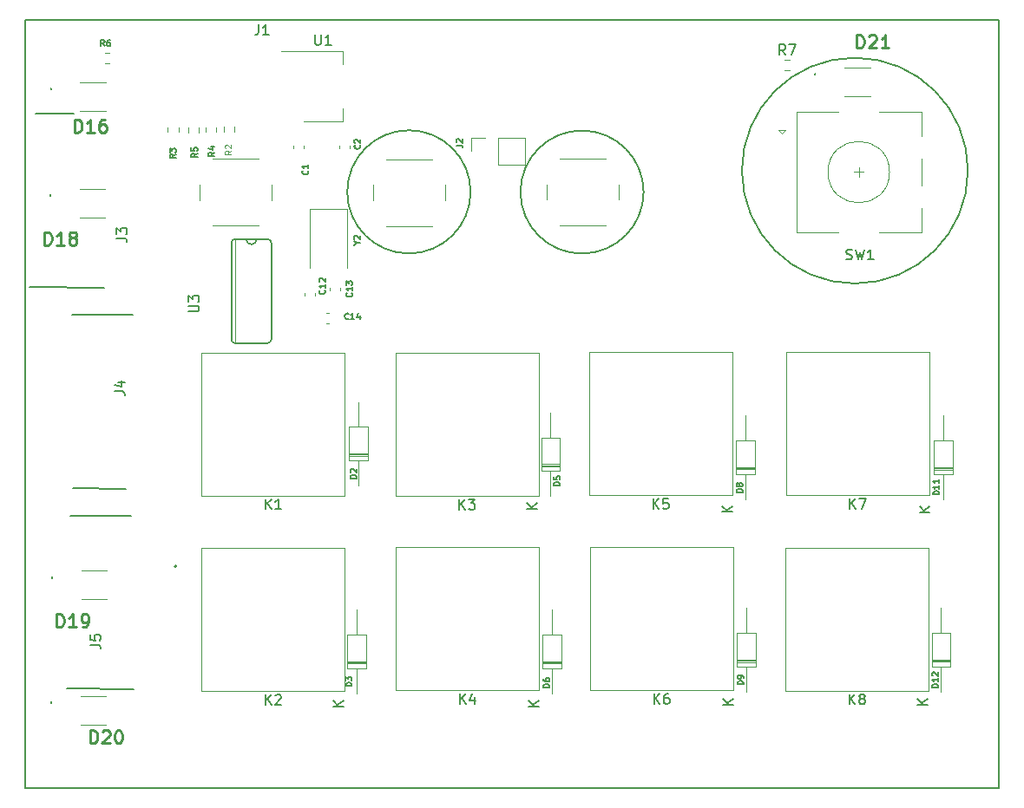
<source format=gbr>
%TF.GenerationSoftware,KiCad,Pcbnew,(6.0.10)*%
%TF.CreationDate,2023-03-05T14:49:45+05:30*%
%TF.ProjectId,keyboardv3,6b657962-6f61-4726-9476-332e6b696361,rev?*%
%TF.SameCoordinates,Original*%
%TF.FileFunction,Legend,Top*%
%TF.FilePolarity,Positive*%
%FSLAX46Y46*%
G04 Gerber Fmt 4.6, Leading zero omitted, Abs format (unit mm)*
G04 Created by KiCad (PCBNEW (6.0.10)) date 2023-03-05 14:49:45*
%MOMM*%
%LPD*%
G01*
G04 APERTURE LIST*
%ADD10C,0.150000*%
%ADD11C,0.254000*%
%ADD12C,0.075000*%
%ADD13C,0.200000*%
%ADD14C,0.120000*%
%ADD15C,0.100000*%
%ADD16C,0.152400*%
%ADD17C,0.050800*%
G04 APERTURE END LIST*
D10*
X33720000Y-74510000D02*
X39610000Y-74530000D01*
X33370000Y-91410000D02*
X39870000Y-91440000D01*
X33930000Y-71850000D02*
X39110000Y-71860000D01*
X33870000Y-54840000D02*
X39800000Y-54840000D01*
X30320000Y-35270000D02*
X34020000Y-35270000D01*
X29700000Y-52210000D02*
X37040000Y-52260000D01*
X121280001Y-40810000D02*
G75*
G03*
X121280001Y-40810000I-11025285J0D01*
G01*
X89635880Y-42900000D02*
G75*
G03*
X89635880Y-42900000I-6005880J0D01*
G01*
X29300000Y-26100000D02*
X124302336Y-26100000D01*
X124302336Y-26100000D02*
X124302336Y-101101399D01*
X124302336Y-101101399D02*
X29300000Y-101101399D01*
X29300000Y-101101399D02*
X29300000Y-26100000D01*
X72757076Y-42882925D02*
G75*
G03*
X72757076Y-42882925I-6017076J0D01*
G01*
%TO.C,J5*%
X35662739Y-87101738D02*
X36377025Y-87101738D01*
X36519882Y-87149357D01*
X36615120Y-87244595D01*
X36662739Y-87387452D01*
X36662739Y-87482690D01*
X35662739Y-86149357D02*
X35662739Y-86625547D01*
X36138930Y-86673166D01*
X36091311Y-86625547D01*
X36043692Y-86530309D01*
X36043692Y-86292214D01*
X36091311Y-86196976D01*
X36138930Y-86149357D01*
X36234168Y-86101738D01*
X36472263Y-86101738D01*
X36567501Y-86149357D01*
X36615120Y-86196976D01*
X36662739Y-86292214D01*
X36662739Y-86530309D01*
X36615120Y-86625547D01*
X36567501Y-86673166D01*
%TO.C,D11*%
X118491428Y-72438571D02*
X117891428Y-72438571D01*
X117891428Y-72295714D01*
X117920000Y-72210000D01*
X117977142Y-72152857D01*
X118034285Y-72124285D01*
X118148571Y-72095714D01*
X118234285Y-72095714D01*
X118348571Y-72124285D01*
X118405714Y-72152857D01*
X118462857Y-72210000D01*
X118491428Y-72295714D01*
X118491428Y-72438571D01*
X118491428Y-71524285D02*
X118491428Y-71867142D01*
X118491428Y-71695714D02*
X117891428Y-71695714D01*
X117977142Y-71752857D01*
X118034285Y-71810000D01*
X118062857Y-71867142D01*
X118491428Y-70952857D02*
X118491428Y-71295714D01*
X118491428Y-71124285D02*
X117891428Y-71124285D01*
X117977142Y-71181428D01*
X118034285Y-71238571D01*
X118062857Y-71295714D01*
X117562380Y-74161904D02*
X116562380Y-74161904D01*
X117562380Y-73590476D02*
X116990952Y-74019047D01*
X116562380Y-73590476D02*
X117133809Y-74161904D01*
%TO.C,SW1*%
X109396666Y-49444761D02*
X109539523Y-49492380D01*
X109777619Y-49492380D01*
X109872857Y-49444761D01*
X109920476Y-49397142D01*
X109968095Y-49301904D01*
X109968095Y-49206666D01*
X109920476Y-49111428D01*
X109872857Y-49063809D01*
X109777619Y-49016190D01*
X109587142Y-48968571D01*
X109491904Y-48920952D01*
X109444285Y-48873333D01*
X109396666Y-48778095D01*
X109396666Y-48682857D01*
X109444285Y-48587619D01*
X109491904Y-48540000D01*
X109587142Y-48492380D01*
X109825238Y-48492380D01*
X109968095Y-48540000D01*
X110301428Y-48492380D02*
X110539523Y-49492380D01*
X110730000Y-48778095D01*
X110920476Y-49492380D01*
X111158571Y-48492380D01*
X112063333Y-49492380D02*
X111491904Y-49492380D01*
X111777619Y-49492380D02*
X111777619Y-48492380D01*
X111682380Y-48635238D01*
X111587142Y-48730476D01*
X111491904Y-48778095D01*
%TO.C,R3*%
X44021428Y-39210000D02*
X43735714Y-39410000D01*
X44021428Y-39552857D02*
X43421428Y-39552857D01*
X43421428Y-39324285D01*
X43450000Y-39267142D01*
X43478571Y-39238571D01*
X43535714Y-39210000D01*
X43621428Y-39210000D01*
X43678571Y-39238571D01*
X43707142Y-39267142D01*
X43735714Y-39324285D01*
X43735714Y-39552857D01*
X43421428Y-39010000D02*
X43421428Y-38638571D01*
X43650000Y-38838571D01*
X43650000Y-38752857D01*
X43678571Y-38695714D01*
X43707142Y-38667142D01*
X43764285Y-38638571D01*
X43907142Y-38638571D01*
X43964285Y-38667142D01*
X43992857Y-38695714D01*
X44021428Y-38752857D01*
X44021428Y-38924285D01*
X43992857Y-38981428D01*
X43964285Y-39010000D01*
%TO.C,R7*%
X103483333Y-29492380D02*
X103150000Y-29016190D01*
X102911904Y-29492380D02*
X102911904Y-28492380D01*
X103292857Y-28492380D01*
X103388095Y-28540000D01*
X103435714Y-28587619D01*
X103483333Y-28682857D01*
X103483333Y-28825714D01*
X103435714Y-28920952D01*
X103388095Y-28968571D01*
X103292857Y-29016190D01*
X102911904Y-29016190D01*
X103816666Y-28492380D02*
X104483333Y-28492380D01*
X104054761Y-29492380D01*
%TO.C,D6*%
X80451428Y-91282857D02*
X79851428Y-91282857D01*
X79851428Y-91140000D01*
X79880000Y-91054285D01*
X79937142Y-90997142D01*
X79994285Y-90968571D01*
X80108571Y-90940000D01*
X80194285Y-90940000D01*
X80308571Y-90968571D01*
X80365714Y-90997142D01*
X80422857Y-91054285D01*
X80451428Y-91140000D01*
X80451428Y-91282857D01*
X79851428Y-90425714D02*
X79851428Y-90540000D01*
X79880000Y-90597142D01*
X79908571Y-90625714D01*
X79994285Y-90682857D01*
X80108571Y-90711428D01*
X80337142Y-90711428D01*
X80394285Y-90682857D01*
X80422857Y-90654285D01*
X80451428Y-90597142D01*
X80451428Y-90482857D01*
X80422857Y-90425714D01*
X80394285Y-90397142D01*
X80337142Y-90368571D01*
X80194285Y-90368571D01*
X80137142Y-90397142D01*
X80108571Y-90425714D01*
X80080000Y-90482857D01*
X80080000Y-90597142D01*
X80108571Y-90654285D01*
X80137142Y-90682857D01*
X80194285Y-90711428D01*
X79412380Y-93111904D02*
X78412380Y-93111904D01*
X79412380Y-92540476D02*
X78840952Y-92969047D01*
X78412380Y-92540476D02*
X78983809Y-93111904D01*
%TO.C,K5*%
X90561904Y-73846380D02*
X90561904Y-72846380D01*
X91133333Y-73846380D02*
X90704761Y-73274952D01*
X91133333Y-72846380D02*
X90561904Y-73417809D01*
X92038095Y-72846380D02*
X91561904Y-72846380D01*
X91514285Y-73322571D01*
X91561904Y-73274952D01*
X91657142Y-73227333D01*
X91895238Y-73227333D01*
X91990476Y-73274952D01*
X92038095Y-73322571D01*
X92085714Y-73417809D01*
X92085714Y-73655904D01*
X92038095Y-73751142D01*
X91990476Y-73798761D01*
X91895238Y-73846380D01*
X91657142Y-73846380D01*
X91561904Y-73798761D01*
X91514285Y-73751142D01*
%TO.C,K8*%
X109711904Y-92926380D02*
X109711904Y-91926380D01*
X110283333Y-92926380D02*
X109854761Y-92354952D01*
X110283333Y-91926380D02*
X109711904Y-92497809D01*
X110854761Y-92354952D02*
X110759523Y-92307333D01*
X110711904Y-92259714D01*
X110664285Y-92164476D01*
X110664285Y-92116857D01*
X110711904Y-92021619D01*
X110759523Y-91974000D01*
X110854761Y-91926380D01*
X111045238Y-91926380D01*
X111140476Y-91974000D01*
X111188095Y-92021619D01*
X111235714Y-92116857D01*
X111235714Y-92164476D01*
X111188095Y-92259714D01*
X111140476Y-92307333D01*
X111045238Y-92354952D01*
X110854761Y-92354952D01*
X110759523Y-92402571D01*
X110711904Y-92450190D01*
X110664285Y-92545428D01*
X110664285Y-92735904D01*
X110711904Y-92831142D01*
X110759523Y-92878761D01*
X110854761Y-92926380D01*
X111045238Y-92926380D01*
X111140476Y-92878761D01*
X111188095Y-92831142D01*
X111235714Y-92735904D01*
X111235714Y-92545428D01*
X111188095Y-92450190D01*
X111140476Y-92402571D01*
X111045238Y-92354952D01*
%TO.C,K6*%
X90651904Y-92896380D02*
X90651904Y-91896380D01*
X91223333Y-92896380D02*
X90794761Y-92324952D01*
X91223333Y-91896380D02*
X90651904Y-92467809D01*
X92080476Y-91896380D02*
X91890000Y-91896380D01*
X91794761Y-91944000D01*
X91747142Y-91991619D01*
X91651904Y-92134476D01*
X91604285Y-92324952D01*
X91604285Y-92705904D01*
X91651904Y-92801142D01*
X91699523Y-92848761D01*
X91794761Y-92896380D01*
X91985238Y-92896380D01*
X92080476Y-92848761D01*
X92128095Y-92801142D01*
X92175714Y-92705904D01*
X92175714Y-92467809D01*
X92128095Y-92372571D01*
X92080476Y-92324952D01*
X91985238Y-92277333D01*
X91794761Y-92277333D01*
X91699523Y-92324952D01*
X91651904Y-92372571D01*
X91604285Y-92467809D01*
%TO.C,D5*%
X81491428Y-71572857D02*
X80891428Y-71572857D01*
X80891428Y-71430000D01*
X80920000Y-71344285D01*
X80977142Y-71287142D01*
X81034285Y-71258571D01*
X81148571Y-71230000D01*
X81234285Y-71230000D01*
X81348571Y-71258571D01*
X81405714Y-71287142D01*
X81462857Y-71344285D01*
X81491428Y-71430000D01*
X81491428Y-71572857D01*
X80891428Y-70687142D02*
X80891428Y-70972857D01*
X81177142Y-71001428D01*
X81148571Y-70972857D01*
X81120000Y-70915714D01*
X81120000Y-70772857D01*
X81148571Y-70715714D01*
X81177142Y-70687142D01*
X81234285Y-70658571D01*
X81377142Y-70658571D01*
X81434285Y-70687142D01*
X81462857Y-70715714D01*
X81491428Y-70772857D01*
X81491428Y-70915714D01*
X81462857Y-70972857D01*
X81434285Y-71001428D01*
X79262380Y-73861904D02*
X78262380Y-73861904D01*
X79262380Y-73290476D02*
X78690952Y-73719047D01*
X78262380Y-73290476D02*
X78833809Y-73861904D01*
%TO.C,R6*%
X37050000Y-28651428D02*
X36850000Y-28365714D01*
X36707142Y-28651428D02*
X36707142Y-28051428D01*
X36935714Y-28051428D01*
X36992857Y-28080000D01*
X37021428Y-28108571D01*
X37050000Y-28165714D01*
X37050000Y-28251428D01*
X37021428Y-28308571D01*
X36992857Y-28337142D01*
X36935714Y-28365714D01*
X36707142Y-28365714D01*
X37564285Y-28051428D02*
X37450000Y-28051428D01*
X37392857Y-28080000D01*
X37364285Y-28108571D01*
X37307142Y-28194285D01*
X37278571Y-28308571D01*
X37278571Y-28537142D01*
X37307142Y-28594285D01*
X37335714Y-28622857D01*
X37392857Y-28651428D01*
X37507142Y-28651428D01*
X37564285Y-28622857D01*
X37592857Y-28594285D01*
X37621428Y-28537142D01*
X37621428Y-28394285D01*
X37592857Y-28337142D01*
X37564285Y-28308571D01*
X37507142Y-28280000D01*
X37392857Y-28280000D01*
X37335714Y-28308571D01*
X37307142Y-28337142D01*
X37278571Y-28394285D01*
%TO.C,K3*%
X71661904Y-73906380D02*
X71661904Y-72906380D01*
X72233333Y-73906380D02*
X71804761Y-73334952D01*
X72233333Y-72906380D02*
X71661904Y-73477809D01*
X72566666Y-72906380D02*
X73185714Y-72906380D01*
X72852380Y-73287333D01*
X72995238Y-73287333D01*
X73090476Y-73334952D01*
X73138095Y-73382571D01*
X73185714Y-73477809D01*
X73185714Y-73715904D01*
X73138095Y-73811142D01*
X73090476Y-73858761D01*
X72995238Y-73906380D01*
X72709523Y-73906380D01*
X72614285Y-73858761D01*
X72566666Y-73811142D01*
%TO.C,D2*%
X61611428Y-70862857D02*
X61011428Y-70862857D01*
X61011428Y-70720000D01*
X61040000Y-70634285D01*
X61097142Y-70577142D01*
X61154285Y-70548571D01*
X61268571Y-70520000D01*
X61354285Y-70520000D01*
X61468571Y-70548571D01*
X61525714Y-70577142D01*
X61582857Y-70634285D01*
X61611428Y-70720000D01*
X61611428Y-70862857D01*
X61068571Y-70291428D02*
X61040000Y-70262857D01*
X61011428Y-70205714D01*
X61011428Y-70062857D01*
X61040000Y-70005714D01*
X61068571Y-69977142D01*
X61125714Y-69948571D01*
X61182857Y-69948571D01*
X61268571Y-69977142D01*
X61611428Y-70320000D01*
X61611428Y-69948571D01*
%TO.C,R5*%
X46111428Y-39120000D02*
X45825714Y-39320000D01*
X46111428Y-39462857D02*
X45511428Y-39462857D01*
X45511428Y-39234285D01*
X45540000Y-39177142D01*
X45568571Y-39148571D01*
X45625714Y-39120000D01*
X45711428Y-39120000D01*
X45768571Y-39148571D01*
X45797142Y-39177142D01*
X45825714Y-39234285D01*
X45825714Y-39462857D01*
X45511428Y-38577142D02*
X45511428Y-38862857D01*
X45797142Y-38891428D01*
X45768571Y-38862857D01*
X45740000Y-38805714D01*
X45740000Y-38662857D01*
X45768571Y-38605714D01*
X45797142Y-38577142D01*
X45854285Y-38548571D01*
X45997142Y-38548571D01*
X46054285Y-38577142D01*
X46082857Y-38605714D01*
X46111428Y-38662857D01*
X46111428Y-38805714D01*
X46082857Y-38862857D01*
X46054285Y-38891428D01*
%TO.C,J3*%
X38221615Y-47405902D02*
X38935901Y-47405902D01*
X39078758Y-47453521D01*
X39173996Y-47548759D01*
X39221615Y-47691616D01*
X39221615Y-47786854D01*
X38221615Y-47024949D02*
X38221615Y-46405902D01*
X38602568Y-46739235D01*
X38602568Y-46596378D01*
X38650187Y-46501140D01*
X38697806Y-46453521D01*
X38793044Y-46405902D01*
X39031139Y-46405902D01*
X39126377Y-46453521D01*
X39173996Y-46501140D01*
X39221615Y-46596378D01*
X39221615Y-46882092D01*
X39173996Y-46977330D01*
X39126377Y-47024949D01*
D11*
%TO.C,D21*%
X110427857Y-28844523D02*
X110427857Y-27574523D01*
X110730238Y-27574523D01*
X110911666Y-27635000D01*
X111032619Y-27755952D01*
X111093095Y-27876904D01*
X111153571Y-28118809D01*
X111153571Y-28300238D01*
X111093095Y-28542142D01*
X111032619Y-28663095D01*
X110911666Y-28784047D01*
X110730238Y-28844523D01*
X110427857Y-28844523D01*
X111637380Y-27695476D02*
X111697857Y-27635000D01*
X111818809Y-27574523D01*
X112121190Y-27574523D01*
X112242142Y-27635000D01*
X112302619Y-27695476D01*
X112363095Y-27816428D01*
X112363095Y-27937380D01*
X112302619Y-28118809D01*
X111576904Y-28844523D01*
X112363095Y-28844523D01*
X113572619Y-28844523D02*
X112846904Y-28844523D01*
X113209761Y-28844523D02*
X113209761Y-27574523D01*
X113088809Y-27755952D01*
X112967857Y-27876904D01*
X112846904Y-27937380D01*
%TO.C,D20*%
X35627857Y-96724523D02*
X35627857Y-95454523D01*
X35930238Y-95454523D01*
X36111666Y-95515000D01*
X36232619Y-95635952D01*
X36293095Y-95756904D01*
X36353571Y-95998809D01*
X36353571Y-96180238D01*
X36293095Y-96422142D01*
X36232619Y-96543095D01*
X36111666Y-96664047D01*
X35930238Y-96724523D01*
X35627857Y-96724523D01*
X36837380Y-95575476D02*
X36897857Y-95515000D01*
X37018809Y-95454523D01*
X37321190Y-95454523D01*
X37442142Y-95515000D01*
X37502619Y-95575476D01*
X37563095Y-95696428D01*
X37563095Y-95817380D01*
X37502619Y-95998809D01*
X36776904Y-96724523D01*
X37563095Y-96724523D01*
X38349285Y-95454523D02*
X38470238Y-95454523D01*
X38591190Y-95515000D01*
X38651666Y-95575476D01*
X38712142Y-95696428D01*
X38772619Y-95938333D01*
X38772619Y-96240714D01*
X38712142Y-96482619D01*
X38651666Y-96603571D01*
X38591190Y-96664047D01*
X38470238Y-96724523D01*
X38349285Y-96724523D01*
X38228333Y-96664047D01*
X38167857Y-96603571D01*
X38107380Y-96482619D01*
X38046904Y-96240714D01*
X38046904Y-95938333D01*
X38107380Y-95696428D01*
X38167857Y-95575476D01*
X38228333Y-95515000D01*
X38349285Y-95454523D01*
%TO.C,D18*%
X31177857Y-48074523D02*
X31177857Y-46804523D01*
X31480238Y-46804523D01*
X31661666Y-46865000D01*
X31782619Y-46985952D01*
X31843095Y-47106904D01*
X31903571Y-47348809D01*
X31903571Y-47530238D01*
X31843095Y-47772142D01*
X31782619Y-47893095D01*
X31661666Y-48014047D01*
X31480238Y-48074523D01*
X31177857Y-48074523D01*
X33113095Y-48074523D02*
X32387380Y-48074523D01*
X32750238Y-48074523D02*
X32750238Y-46804523D01*
X32629285Y-46985952D01*
X32508333Y-47106904D01*
X32387380Y-47167380D01*
X33838809Y-47348809D02*
X33717857Y-47288333D01*
X33657380Y-47227857D01*
X33596904Y-47106904D01*
X33596904Y-47046428D01*
X33657380Y-46925476D01*
X33717857Y-46865000D01*
X33838809Y-46804523D01*
X34080714Y-46804523D01*
X34201666Y-46865000D01*
X34262142Y-46925476D01*
X34322619Y-47046428D01*
X34322619Y-47106904D01*
X34262142Y-47227857D01*
X34201666Y-47288333D01*
X34080714Y-47348809D01*
X33838809Y-47348809D01*
X33717857Y-47409285D01*
X33657380Y-47469761D01*
X33596904Y-47590714D01*
X33596904Y-47832619D01*
X33657380Y-47953571D01*
X33717857Y-48014047D01*
X33838809Y-48074523D01*
X34080714Y-48074523D01*
X34201666Y-48014047D01*
X34262142Y-47953571D01*
X34322619Y-47832619D01*
X34322619Y-47590714D01*
X34262142Y-47469761D01*
X34201666Y-47409285D01*
X34080714Y-47348809D01*
D10*
%TO.C,D12*%
X118381428Y-91278571D02*
X117781428Y-91278571D01*
X117781428Y-91135714D01*
X117810000Y-91050000D01*
X117867142Y-90992857D01*
X117924285Y-90964285D01*
X118038571Y-90935714D01*
X118124285Y-90935714D01*
X118238571Y-90964285D01*
X118295714Y-90992857D01*
X118352857Y-91050000D01*
X118381428Y-91135714D01*
X118381428Y-91278571D01*
X118381428Y-90364285D02*
X118381428Y-90707142D01*
X118381428Y-90535714D02*
X117781428Y-90535714D01*
X117867142Y-90592857D01*
X117924285Y-90650000D01*
X117952857Y-90707142D01*
X117838571Y-90135714D02*
X117810000Y-90107142D01*
X117781428Y-90050000D01*
X117781428Y-89907142D01*
X117810000Y-89850000D01*
X117838571Y-89821428D01*
X117895714Y-89792857D01*
X117952857Y-89792857D01*
X118038571Y-89821428D01*
X118381428Y-90164285D01*
X118381428Y-89792857D01*
X117362380Y-92941904D02*
X116362380Y-92941904D01*
X117362380Y-92370476D02*
X116790952Y-92799047D01*
X116362380Y-92370476D02*
X116933809Y-92941904D01*
%TO.C,U1*%
X57578095Y-27532380D02*
X57578095Y-28341904D01*
X57625714Y-28437142D01*
X57673333Y-28484761D01*
X57768571Y-28532380D01*
X57959047Y-28532380D01*
X58054285Y-28484761D01*
X58101904Y-28437142D01*
X58149523Y-28341904D01*
X58149523Y-27532380D01*
X59149523Y-28532380D02*
X58578095Y-28532380D01*
X58863809Y-28532380D02*
X58863809Y-27532380D01*
X58768571Y-27675238D01*
X58673333Y-27770476D01*
X58578095Y-27818095D01*
%TO.C,C13*%
X61164285Y-52755714D02*
X61192857Y-52784285D01*
X61221428Y-52870000D01*
X61221428Y-52927142D01*
X61192857Y-53012857D01*
X61135714Y-53070000D01*
X61078571Y-53098571D01*
X60964285Y-53127142D01*
X60878571Y-53127142D01*
X60764285Y-53098571D01*
X60707142Y-53070000D01*
X60650000Y-53012857D01*
X60621428Y-52927142D01*
X60621428Y-52870000D01*
X60650000Y-52784285D01*
X60678571Y-52755714D01*
X61221428Y-52184285D02*
X61221428Y-52527142D01*
X61221428Y-52355714D02*
X60621428Y-52355714D01*
X60707142Y-52412857D01*
X60764285Y-52470000D01*
X60792857Y-52527142D01*
X60621428Y-51984285D02*
X60621428Y-51612857D01*
X60850000Y-51812857D01*
X60850000Y-51727142D01*
X60878571Y-51670000D01*
X60907142Y-51641428D01*
X60964285Y-51612857D01*
X61107142Y-51612857D01*
X61164285Y-51641428D01*
X61192857Y-51670000D01*
X61221428Y-51727142D01*
X61221428Y-51898571D01*
X61192857Y-51955714D01*
X61164285Y-51984285D01*
%TO.C,J2*%
X71361428Y-38330000D02*
X71790000Y-38330000D01*
X71875714Y-38358571D01*
X71932857Y-38415714D01*
X71961428Y-38501428D01*
X71961428Y-38558571D01*
X71418571Y-38072857D02*
X71390000Y-38044285D01*
X71361428Y-37987142D01*
X71361428Y-37844285D01*
X71390000Y-37787142D01*
X71418571Y-37758571D01*
X71475714Y-37730000D01*
X71532857Y-37730000D01*
X71618571Y-37758571D01*
X71961428Y-38101428D01*
X71961428Y-37730000D01*
%TO.C,U3*%
X45242380Y-54571904D02*
X46051904Y-54571904D01*
X46147142Y-54524285D01*
X46194761Y-54476666D01*
X46242380Y-54381428D01*
X46242380Y-54190952D01*
X46194761Y-54095714D01*
X46147142Y-54048095D01*
X46051904Y-54000476D01*
X45242380Y-54000476D01*
X45242380Y-53619523D02*
X45242380Y-53000476D01*
X45623333Y-53333809D01*
X45623333Y-53190952D01*
X45670952Y-53095714D01*
X45718571Y-53048095D01*
X45813809Y-53000476D01*
X46051904Y-53000476D01*
X46147142Y-53048095D01*
X46194761Y-53095714D01*
X46242380Y-53190952D01*
X46242380Y-53476666D01*
X46194761Y-53571904D01*
X46147142Y-53619523D01*
%TO.C,R4*%
X47791428Y-39010000D02*
X47505714Y-39210000D01*
X47791428Y-39352857D02*
X47191428Y-39352857D01*
X47191428Y-39124285D01*
X47220000Y-39067142D01*
X47248571Y-39038571D01*
X47305714Y-39010000D01*
X47391428Y-39010000D01*
X47448571Y-39038571D01*
X47477142Y-39067142D01*
X47505714Y-39124285D01*
X47505714Y-39352857D01*
X47391428Y-38495714D02*
X47791428Y-38495714D01*
X47162857Y-38638571D02*
X47591428Y-38781428D01*
X47591428Y-38410000D01*
%TO.C,D8*%
X99301428Y-72212857D02*
X98701428Y-72212857D01*
X98701428Y-72070000D01*
X98730000Y-71984285D01*
X98787142Y-71927142D01*
X98844285Y-71898571D01*
X98958571Y-71870000D01*
X99044285Y-71870000D01*
X99158571Y-71898571D01*
X99215714Y-71927142D01*
X99272857Y-71984285D01*
X99301428Y-72070000D01*
X99301428Y-72212857D01*
X98958571Y-71527142D02*
X98930000Y-71584285D01*
X98901428Y-71612857D01*
X98844285Y-71641428D01*
X98815714Y-71641428D01*
X98758571Y-71612857D01*
X98730000Y-71584285D01*
X98701428Y-71527142D01*
X98701428Y-71412857D01*
X98730000Y-71355714D01*
X98758571Y-71327142D01*
X98815714Y-71298571D01*
X98844285Y-71298571D01*
X98901428Y-71327142D01*
X98930000Y-71355714D01*
X98958571Y-71412857D01*
X98958571Y-71527142D01*
X98987142Y-71584285D01*
X99015714Y-71612857D01*
X99072857Y-71641428D01*
X99187142Y-71641428D01*
X99244285Y-71612857D01*
X99272857Y-71584285D01*
X99301428Y-71527142D01*
X99301428Y-71412857D01*
X99272857Y-71355714D01*
X99244285Y-71327142D01*
X99187142Y-71298571D01*
X99072857Y-71298571D01*
X99015714Y-71327142D01*
X98987142Y-71355714D01*
X98958571Y-71412857D01*
X98282380Y-74141904D02*
X97282380Y-74141904D01*
X98282380Y-73570476D02*
X97710952Y-73999047D01*
X97282380Y-73570476D02*
X97853809Y-74141904D01*
%TO.C,C14*%
X60854285Y-55274285D02*
X60825714Y-55302857D01*
X60740000Y-55331428D01*
X60682857Y-55331428D01*
X60597142Y-55302857D01*
X60540000Y-55245714D01*
X60511428Y-55188571D01*
X60482857Y-55074285D01*
X60482857Y-54988571D01*
X60511428Y-54874285D01*
X60540000Y-54817142D01*
X60597142Y-54760000D01*
X60682857Y-54731428D01*
X60740000Y-54731428D01*
X60825714Y-54760000D01*
X60854285Y-54788571D01*
X61425714Y-55331428D02*
X61082857Y-55331428D01*
X61254285Y-55331428D02*
X61254285Y-54731428D01*
X61197142Y-54817142D01*
X61140000Y-54874285D01*
X61082857Y-54902857D01*
X61940000Y-54931428D02*
X61940000Y-55331428D01*
X61797142Y-54702857D02*
X61654285Y-55131428D01*
X62025714Y-55131428D01*
%TO.C,C12*%
X58524285Y-52475714D02*
X58552857Y-52504285D01*
X58581428Y-52590000D01*
X58581428Y-52647142D01*
X58552857Y-52732857D01*
X58495714Y-52790000D01*
X58438571Y-52818571D01*
X58324285Y-52847142D01*
X58238571Y-52847142D01*
X58124285Y-52818571D01*
X58067142Y-52790000D01*
X58010000Y-52732857D01*
X57981428Y-52647142D01*
X57981428Y-52590000D01*
X58010000Y-52504285D01*
X58038571Y-52475714D01*
X58581428Y-51904285D02*
X58581428Y-52247142D01*
X58581428Y-52075714D02*
X57981428Y-52075714D01*
X58067142Y-52132857D01*
X58124285Y-52190000D01*
X58152857Y-52247142D01*
X58038571Y-51675714D02*
X58010000Y-51647142D01*
X57981428Y-51590000D01*
X57981428Y-51447142D01*
X58010000Y-51390000D01*
X58038571Y-51361428D01*
X58095714Y-51332857D01*
X58152857Y-51332857D01*
X58238571Y-51361428D01*
X58581428Y-51704285D01*
X58581428Y-51332857D01*
%TO.C,Y2*%
X61675714Y-47865714D02*
X61961428Y-47865714D01*
X61361428Y-48065714D02*
X61675714Y-47865714D01*
X61361428Y-47665714D01*
X61418571Y-47494285D02*
X61390000Y-47465714D01*
X61361428Y-47408571D01*
X61361428Y-47265714D01*
X61390000Y-47208571D01*
X61418571Y-47180000D01*
X61475714Y-47151428D01*
X61532857Y-47151428D01*
X61618571Y-47180000D01*
X61961428Y-47522857D01*
X61961428Y-47151428D01*
%TO.C,C1*%
X56874285Y-40790000D02*
X56902857Y-40818571D01*
X56931428Y-40904285D01*
X56931428Y-40961428D01*
X56902857Y-41047142D01*
X56845714Y-41104285D01*
X56788571Y-41132857D01*
X56674285Y-41161428D01*
X56588571Y-41161428D01*
X56474285Y-41132857D01*
X56417142Y-41104285D01*
X56360000Y-41047142D01*
X56331428Y-40961428D01*
X56331428Y-40904285D01*
X56360000Y-40818571D01*
X56388571Y-40790000D01*
X56931428Y-40218571D02*
X56931428Y-40561428D01*
X56931428Y-40390000D02*
X56331428Y-40390000D01*
X56417142Y-40447142D01*
X56474285Y-40504285D01*
X56502857Y-40561428D01*
%TO.C,J1*%
X52076666Y-26552380D02*
X52076666Y-27266666D01*
X52029047Y-27409523D01*
X51933809Y-27504761D01*
X51790952Y-27552380D01*
X51695714Y-27552380D01*
X53076666Y-27552380D02*
X52505238Y-27552380D01*
X52790952Y-27552380D02*
X52790952Y-26552380D01*
X52695714Y-26695238D01*
X52600476Y-26790476D01*
X52505238Y-26838095D01*
D12*
%TO.C,R2*%
X49391428Y-38850000D02*
X49105714Y-39050000D01*
X49391428Y-39192857D02*
X48791428Y-39192857D01*
X48791428Y-38964285D01*
X48820000Y-38907142D01*
X48848571Y-38878571D01*
X48905714Y-38850000D01*
X48991428Y-38850000D01*
X49048571Y-38878571D01*
X49077142Y-38907142D01*
X49105714Y-38964285D01*
X49105714Y-39192857D01*
X48848571Y-38621428D02*
X48820000Y-38592857D01*
X48791428Y-38535714D01*
X48791428Y-38392857D01*
X48820000Y-38335714D01*
X48848571Y-38307142D01*
X48905714Y-38278571D01*
X48962857Y-38278571D01*
X49048571Y-38307142D01*
X49391428Y-38650000D01*
X49391428Y-38278571D01*
D10*
%TO.C,C2*%
X61954285Y-38310000D02*
X61982857Y-38338571D01*
X62011428Y-38424285D01*
X62011428Y-38481428D01*
X61982857Y-38567142D01*
X61925714Y-38624285D01*
X61868571Y-38652857D01*
X61754285Y-38681428D01*
X61668571Y-38681428D01*
X61554285Y-38652857D01*
X61497142Y-38624285D01*
X61440000Y-38567142D01*
X61411428Y-38481428D01*
X61411428Y-38424285D01*
X61440000Y-38338571D01*
X61468571Y-38310000D01*
X61468571Y-38081428D02*
X61440000Y-38052857D01*
X61411428Y-37995714D01*
X61411428Y-37852857D01*
X61440000Y-37795714D01*
X61468571Y-37767142D01*
X61525714Y-37738571D01*
X61582857Y-37738571D01*
X61668571Y-37767142D01*
X62011428Y-38110000D01*
X62011428Y-37738571D01*
%TO.C,D3*%
X61161428Y-91152857D02*
X60561428Y-91152857D01*
X60561428Y-91010000D01*
X60590000Y-90924285D01*
X60647142Y-90867142D01*
X60704285Y-90838571D01*
X60818571Y-90810000D01*
X60904285Y-90810000D01*
X61018571Y-90838571D01*
X61075714Y-90867142D01*
X61132857Y-90924285D01*
X61161428Y-91010000D01*
X61161428Y-91152857D01*
X60561428Y-90610000D02*
X60561428Y-90238571D01*
X60790000Y-90438571D01*
X60790000Y-90352857D01*
X60818571Y-90295714D01*
X60847142Y-90267142D01*
X60904285Y-90238571D01*
X61047142Y-90238571D01*
X61104285Y-90267142D01*
X61132857Y-90295714D01*
X61161428Y-90352857D01*
X61161428Y-90524285D01*
X61132857Y-90581428D01*
X61104285Y-90610000D01*
X60332380Y-93111904D02*
X59332380Y-93111904D01*
X60332380Y-92540476D02*
X59760952Y-92969047D01*
X59332380Y-92540476D02*
X59903809Y-93111904D01*
%TO.C,D9*%
X99371428Y-90982857D02*
X98771428Y-90982857D01*
X98771428Y-90840000D01*
X98800000Y-90754285D01*
X98857142Y-90697142D01*
X98914285Y-90668571D01*
X99028571Y-90640000D01*
X99114285Y-90640000D01*
X99228571Y-90668571D01*
X99285714Y-90697142D01*
X99342857Y-90754285D01*
X99371428Y-90840000D01*
X99371428Y-90982857D01*
X99371428Y-90354285D02*
X99371428Y-90240000D01*
X99342857Y-90182857D01*
X99314285Y-90154285D01*
X99228571Y-90097142D01*
X99114285Y-90068571D01*
X98885714Y-90068571D01*
X98828571Y-90097142D01*
X98800000Y-90125714D01*
X98771428Y-90182857D01*
X98771428Y-90297142D01*
X98800000Y-90354285D01*
X98828571Y-90382857D01*
X98885714Y-90411428D01*
X99028571Y-90411428D01*
X99085714Y-90382857D01*
X99114285Y-90354285D01*
X99142857Y-90297142D01*
X99142857Y-90182857D01*
X99114285Y-90125714D01*
X99085714Y-90097142D01*
X99028571Y-90068571D01*
X98362380Y-92961904D02*
X97362380Y-92961904D01*
X98362380Y-92390476D02*
X97790952Y-92819047D01*
X97362380Y-92390476D02*
X97933809Y-92961904D01*
%TO.C,K1*%
X52751904Y-73886380D02*
X52751904Y-72886380D01*
X53323333Y-73886380D02*
X52894761Y-73314952D01*
X53323333Y-72886380D02*
X52751904Y-73457809D01*
X54275714Y-73886380D02*
X53704285Y-73886380D01*
X53990000Y-73886380D02*
X53990000Y-72886380D01*
X53894761Y-73029238D01*
X53799523Y-73124476D01*
X53704285Y-73172095D01*
D11*
%TO.C,D19*%
X32347857Y-85384523D02*
X32347857Y-84114523D01*
X32650238Y-84114523D01*
X32831666Y-84175000D01*
X32952619Y-84295952D01*
X33013095Y-84416904D01*
X33073571Y-84658809D01*
X33073571Y-84840238D01*
X33013095Y-85082142D01*
X32952619Y-85203095D01*
X32831666Y-85324047D01*
X32650238Y-85384523D01*
X32347857Y-85384523D01*
X34283095Y-85384523D02*
X33557380Y-85384523D01*
X33920238Y-85384523D02*
X33920238Y-84114523D01*
X33799285Y-84295952D01*
X33678333Y-84416904D01*
X33557380Y-84477380D01*
X34887857Y-85384523D02*
X35129761Y-85384523D01*
X35250714Y-85324047D01*
X35311190Y-85263571D01*
X35432142Y-85082142D01*
X35492619Y-84840238D01*
X35492619Y-84356428D01*
X35432142Y-84235476D01*
X35371666Y-84175000D01*
X35250714Y-84114523D01*
X35008809Y-84114523D01*
X34887857Y-84175000D01*
X34827380Y-84235476D01*
X34766904Y-84356428D01*
X34766904Y-84658809D01*
X34827380Y-84779761D01*
X34887857Y-84840238D01*
X35008809Y-84900714D01*
X35250714Y-84900714D01*
X35371666Y-84840238D01*
X35432142Y-84779761D01*
X35492619Y-84658809D01*
D10*
%TO.C,K2*%
X52751904Y-92986380D02*
X52751904Y-91986380D01*
X53323333Y-92986380D02*
X52894761Y-92414952D01*
X53323333Y-91986380D02*
X52751904Y-92557809D01*
X53704285Y-92081619D02*
X53751904Y-92034000D01*
X53847142Y-91986380D01*
X54085238Y-91986380D01*
X54180476Y-92034000D01*
X54228095Y-92081619D01*
X54275714Y-92176857D01*
X54275714Y-92272095D01*
X54228095Y-92414952D01*
X53656666Y-92986380D01*
X54275714Y-92986380D01*
%TO.C,K4*%
X71711904Y-92916380D02*
X71711904Y-91916380D01*
X72283333Y-92916380D02*
X71854761Y-92344952D01*
X72283333Y-91916380D02*
X71711904Y-92487809D01*
X73140476Y-92249714D02*
X73140476Y-92916380D01*
X72902380Y-91868761D02*
X72664285Y-92583047D01*
X73283333Y-92583047D01*
%TO.C,K7*%
X109761904Y-73826380D02*
X109761904Y-72826380D01*
X110333333Y-73826380D02*
X109904761Y-73254952D01*
X110333333Y-72826380D02*
X109761904Y-73397809D01*
X110666666Y-72826380D02*
X111333333Y-72826380D01*
X110904761Y-73826380D01*
%TO.C,J4*%
X38034880Y-62363333D02*
X38749166Y-62363333D01*
X38892023Y-62410952D01*
X38987261Y-62506190D01*
X39034880Y-62649047D01*
X39034880Y-62744285D01*
X38368214Y-61458571D02*
X39034880Y-61458571D01*
X37987261Y-61696666D02*
X38701547Y-61934761D01*
X38701547Y-61315714D01*
D11*
%TO.C,D16*%
X34107857Y-37074523D02*
X34107857Y-35804523D01*
X34410238Y-35804523D01*
X34591666Y-35865000D01*
X34712619Y-35985952D01*
X34773095Y-36106904D01*
X34833571Y-36348809D01*
X34833571Y-36530238D01*
X34773095Y-36772142D01*
X34712619Y-36893095D01*
X34591666Y-37014047D01*
X34410238Y-37074523D01*
X34107857Y-37074523D01*
X36043095Y-37074523D02*
X35317380Y-37074523D01*
X35680238Y-37074523D02*
X35680238Y-35804523D01*
X35559285Y-35985952D01*
X35438333Y-36106904D01*
X35317380Y-36167380D01*
X37131666Y-35804523D02*
X36889761Y-35804523D01*
X36768809Y-35865000D01*
X36708333Y-35925476D01*
X36587380Y-36106904D01*
X36526904Y-36348809D01*
X36526904Y-36832619D01*
X36587380Y-36953571D01*
X36647857Y-37014047D01*
X36768809Y-37074523D01*
X37010714Y-37074523D01*
X37131666Y-37014047D01*
X37192142Y-36953571D01*
X37252619Y-36832619D01*
X37252619Y-36530238D01*
X37192142Y-36409285D01*
X37131666Y-36348809D01*
X37010714Y-36288333D01*
X36768809Y-36288333D01*
X36647857Y-36348809D01*
X36587380Y-36409285D01*
X36526904Y-36530238D01*
D13*
%TO.C,J5*%
X44067859Y-79448405D02*
G75*
G03*
X44067859Y-79448405I-100000J0D01*
G01*
D14*
%TO.C,D11*%
X118860000Y-72910000D02*
X118860000Y-70460000D01*
X117940000Y-70004000D02*
X119780000Y-70004000D01*
X119780000Y-67180000D02*
X117940000Y-67180000D01*
X117940000Y-69884000D02*
X119780000Y-69884000D01*
X118860000Y-64730000D02*
X118860000Y-67180000D01*
X117940000Y-67180000D02*
X117940000Y-70460000D01*
X117940000Y-69764000D02*
X119780000Y-69764000D01*
X117940000Y-70460000D02*
X119780000Y-70460000D01*
X119780000Y-70460000D02*
X119780000Y-67180000D01*
%TO.C,SW1*%
X110630000Y-40450000D02*
X110630000Y-41450000D01*
X108630000Y-35050000D02*
X104530000Y-35050000D01*
X108630000Y-46850000D02*
X104530000Y-46850000D01*
X103430000Y-36850000D02*
X103130000Y-37150000D01*
X116730000Y-35050000D02*
X116730000Y-37450000D01*
X103130000Y-37150000D02*
X102830000Y-36850000D01*
X110130000Y-40950000D02*
X111130000Y-40950000D01*
X116730000Y-39650000D02*
X116730000Y-42250000D01*
X104530000Y-35050000D02*
X104530000Y-46850000D01*
X116730000Y-44450000D02*
X116730000Y-46850000D01*
X102830000Y-36850000D02*
X103430000Y-36850000D01*
X112630000Y-35050000D02*
X116730000Y-35050000D01*
X116730000Y-46850000D02*
X112630000Y-46850000D01*
X113630000Y-40950000D02*
G75*
G03*
X113630000Y-40950000I-3000000J0D01*
G01*
%TO.C,R3*%
X44272500Y-37057258D02*
X44272500Y-36582742D01*
X43227500Y-37057258D02*
X43227500Y-36582742D01*
%TO.C,R7*%
X103412742Y-30992500D02*
X103887258Y-30992500D01*
X103412742Y-29947500D02*
X103887258Y-29947500D01*
%TO.C,D6*%
X79790000Y-88834000D02*
X81630000Y-88834000D01*
X79790000Y-88954000D02*
X81630000Y-88954000D01*
X79790000Y-88714000D02*
X81630000Y-88714000D01*
X79790000Y-86130000D02*
X79790000Y-89410000D01*
X80710000Y-91860000D02*
X80710000Y-89410000D01*
X79790000Y-89410000D02*
X81630000Y-89410000D01*
X81630000Y-89410000D02*
X81630000Y-86130000D01*
X81630000Y-86130000D02*
X79790000Y-86130000D01*
X80710000Y-83680000D02*
X80710000Y-86130000D01*
%TO.C,K5*%
X98285000Y-58535000D02*
X98285000Y-72505000D01*
X84315000Y-58535000D02*
X98285000Y-58535000D01*
X98285000Y-72505000D02*
X84315000Y-72505000D01*
X84315000Y-72505000D02*
X84315000Y-58535000D01*
%TO.C,K8*%
X117435000Y-91585000D02*
X103465000Y-91585000D01*
X103465000Y-91585000D02*
X103465000Y-77615000D01*
X117435000Y-77615000D02*
X117435000Y-91585000D01*
X103465000Y-77615000D02*
X117435000Y-77615000D01*
%TO.C,K6*%
X84405000Y-91555000D02*
X84405000Y-77585000D01*
X98375000Y-77585000D02*
X98375000Y-91555000D01*
X84405000Y-77585000D02*
X98375000Y-77585000D01*
X98375000Y-91555000D02*
X84405000Y-91555000D01*
%TO.C,D5*%
X79640000Y-66880000D02*
X79640000Y-70160000D01*
X79640000Y-69464000D02*
X81480000Y-69464000D01*
X80560000Y-64430000D02*
X80560000Y-66880000D01*
X81480000Y-66880000D02*
X79640000Y-66880000D01*
X79640000Y-69704000D02*
X81480000Y-69704000D01*
X81480000Y-70160000D02*
X81480000Y-66880000D01*
X79640000Y-69584000D02*
X81480000Y-69584000D01*
X80560000Y-72610000D02*
X80560000Y-70160000D01*
X79640000Y-70160000D02*
X81480000Y-70160000D01*
%TO.C,R6*%
X37537258Y-30322500D02*
X37062742Y-30322500D01*
X37537258Y-29277500D02*
X37062742Y-29277500D01*
%TO.C,K3*%
X79385000Y-72565000D02*
X65415000Y-72565000D01*
X65415000Y-72565000D02*
X65415000Y-58595000D01*
X65415000Y-58595000D02*
X79385000Y-58595000D01*
X79385000Y-58595000D02*
X79385000Y-72565000D01*
%TO.C,D2*%
X60890000Y-68424000D02*
X62730000Y-68424000D01*
X62730000Y-65840000D02*
X60890000Y-65840000D01*
X61810000Y-71570000D02*
X61810000Y-69120000D01*
X60890000Y-68664000D02*
X62730000Y-68664000D01*
X61810000Y-63390000D02*
X61810000Y-65840000D01*
X62730000Y-69120000D02*
X62730000Y-65840000D01*
X60890000Y-65840000D02*
X60890000Y-69120000D01*
X60890000Y-68544000D02*
X62730000Y-68544000D01*
X60890000Y-69120000D02*
X62730000Y-69120000D01*
%TO.C,SW3*%
X69017075Y-39712925D02*
X64517075Y-39712925D01*
X64517075Y-46212925D02*
X69017075Y-46212925D01*
X70267075Y-43712925D02*
X70267075Y-42212925D01*
X63267075Y-42212925D02*
X63267075Y-43712925D01*
%TO.C,R5*%
X45187500Y-37077258D02*
X45187500Y-36602742D01*
X46232500Y-37077258D02*
X46232500Y-36602742D01*
D15*
%TO.C,D21*%
X109235000Y-33540000D02*
X109235000Y-33540000D01*
X109235000Y-30740000D02*
X109235000Y-30740000D01*
X109235000Y-30740000D02*
X111735000Y-30740000D01*
D13*
X106385000Y-31340000D02*
X106385000Y-31340000D01*
D15*
X109235000Y-33540000D02*
X111735000Y-33540000D01*
X111735000Y-33540000D02*
X109235000Y-33540000D01*
D13*
X106385000Y-31440000D02*
X106385000Y-31440000D01*
D15*
X111735000Y-30740000D02*
X111735000Y-30740000D01*
X111735000Y-33540000D02*
X111735000Y-33540000D01*
X111735000Y-30740000D02*
X109235000Y-30740000D01*
D13*
X106385000Y-31440000D02*
X106385000Y-31440000D01*
X106385000Y-31440000D02*
G75*
G03*
X106385000Y-31340000I0J50000D01*
G01*
X106385000Y-31440000D02*
G75*
G03*
X106385000Y-31340000I0J50000D01*
G01*
X106385000Y-31340000D02*
G75*
G03*
X106385000Y-31440000I0J-50000D01*
G01*
D15*
%TO.C,D20*%
X34685000Y-92100000D02*
X37185000Y-92100000D01*
X37185000Y-94900000D02*
X34685000Y-94900000D01*
X34685000Y-94900000D02*
X34685000Y-94900000D01*
X37185000Y-92100000D02*
X34685000Y-92100000D01*
X34685000Y-94900000D02*
X37185000Y-94900000D01*
D13*
X31835000Y-92800000D02*
X31835000Y-92800000D01*
D15*
X34685000Y-92100000D02*
X34685000Y-92100000D01*
X37185000Y-92100000D02*
X37185000Y-92100000D01*
D13*
X31835000Y-92700000D02*
X31835000Y-92700000D01*
D15*
X37185000Y-94900000D02*
X37185000Y-94900000D01*
D13*
X31835000Y-92800000D02*
X31835000Y-92800000D01*
X31835000Y-92700000D02*
G75*
G03*
X31835000Y-92800000I0J-50000D01*
G01*
X31835000Y-92800000D02*
G75*
G03*
X31835000Y-92700000I0J50000D01*
G01*
X31835000Y-92800000D02*
G75*
G03*
X31835000Y-92700000I0J50000D01*
G01*
D15*
%TO.C,D18*%
X37120000Y-45370000D02*
X34620000Y-45370000D01*
X34620000Y-42570000D02*
X37120000Y-42570000D01*
D13*
X31770000Y-43270000D02*
X31770000Y-43270000D01*
D15*
X37120000Y-42570000D02*
X34620000Y-42570000D01*
D13*
X31770000Y-43170000D02*
X31770000Y-43170000D01*
X31770000Y-43270000D02*
X31770000Y-43270000D01*
D15*
X37120000Y-45370000D02*
X37120000Y-45370000D01*
X34620000Y-45370000D02*
X34620000Y-45370000D01*
X37120000Y-42570000D02*
X37120000Y-42570000D01*
X34620000Y-45370000D02*
X37120000Y-45370000D01*
X34620000Y-42570000D02*
X34620000Y-42570000D01*
D13*
X31770000Y-43270000D02*
G75*
G03*
X31770000Y-43170000I0J50000D01*
G01*
X31770000Y-43270000D02*
G75*
G03*
X31770000Y-43170000I0J50000D01*
G01*
X31770000Y-43170000D02*
G75*
G03*
X31770000Y-43270000I0J-50000D01*
G01*
D14*
%TO.C,D12*%
X117740000Y-85960000D02*
X117740000Y-89240000D01*
X118660000Y-91690000D02*
X118660000Y-89240000D01*
X119580000Y-85960000D02*
X117740000Y-85960000D01*
X117740000Y-88664000D02*
X119580000Y-88664000D01*
X119580000Y-89240000D02*
X119580000Y-85960000D01*
X118660000Y-83510000D02*
X118660000Y-85960000D01*
X117740000Y-88544000D02*
X119580000Y-88544000D01*
X117740000Y-88784000D02*
X119580000Y-88784000D01*
X117740000Y-89240000D02*
X119580000Y-89240000D01*
%TO.C,U1*%
X60250000Y-35990000D02*
X60250000Y-34730000D01*
X54240000Y-29170000D02*
X60250000Y-29170000D01*
X60250000Y-29170000D02*
X60250000Y-30430000D01*
X56490000Y-35990000D02*
X60250000Y-35990000D01*
%TO.C,SW2*%
X46307075Y-42172925D02*
X46307075Y-43672925D01*
X53307075Y-43672925D02*
X53307075Y-42172925D01*
X47557075Y-46172925D02*
X52057075Y-46172925D01*
X52057075Y-39672925D02*
X47557075Y-39672925D01*
%TO.C,C13*%
X60030000Y-52229420D02*
X60030000Y-52510580D01*
X59010000Y-52229420D02*
X59010000Y-52510580D01*
%TO.C,J2*%
X75430000Y-40235000D02*
X78030000Y-40235000D01*
X75430000Y-40235000D02*
X75430000Y-37575000D01*
X72830000Y-38905000D02*
X72830000Y-37575000D01*
X72830000Y-37575000D02*
X74160000Y-37575000D01*
X75430000Y-37575000D02*
X78030000Y-37575000D01*
X78030000Y-40235000D02*
X78030000Y-37575000D01*
D16*
%TO.C,U3*%
X50862000Y-47500000D02*
X49795200Y-47500000D01*
X49414200Y-47881000D02*
X49414200Y-57279000D01*
X49795200Y-57660000D02*
X52944800Y-57660000D01*
D17*
X49769800Y-47500000D02*
X49769800Y-57660000D01*
D16*
X52944800Y-47500000D02*
X51878000Y-47500000D01*
X51878000Y-47500000D02*
X50862000Y-47500000D01*
X53325800Y-57279000D02*
X53325800Y-47881000D01*
X49795200Y-47500000D02*
G75*
G03*
X49414200Y-47881000I-1J-380999D01*
G01*
X53325800Y-47881000D02*
G75*
G03*
X52944800Y-47500000I-380999J1D01*
G01*
X50862000Y-47500000D02*
G75*
G03*
X51878000Y-47500000I508000J0D01*
G01*
X52944800Y-57660000D02*
G75*
G03*
X53325800Y-57279000I0J381000D01*
G01*
X49414200Y-57279000D02*
G75*
G03*
X49795200Y-57660000I381000J0D01*
G01*
D14*
%TO.C,R4*%
X47932500Y-37057258D02*
X47932500Y-36582742D01*
X46887500Y-37057258D02*
X46887500Y-36582742D01*
%TO.C,D8*%
X99580000Y-64710000D02*
X99580000Y-67160000D01*
X98660000Y-69864000D02*
X100500000Y-69864000D01*
X99580000Y-72890000D02*
X99580000Y-70440000D01*
X98660000Y-67160000D02*
X98660000Y-70440000D01*
X100500000Y-67160000D02*
X98660000Y-67160000D01*
X100500000Y-70440000D02*
X100500000Y-67160000D01*
X98660000Y-69744000D02*
X100500000Y-69744000D01*
X98660000Y-69984000D02*
X100500000Y-69984000D01*
X98660000Y-70440000D02*
X100500000Y-70440000D01*
%TO.C,C14*%
X58659420Y-54730000D02*
X58940580Y-54730000D01*
X58659420Y-55750000D02*
X58940580Y-55750000D01*
%TO.C,C12*%
X57610000Y-52769420D02*
X57610000Y-53050580D01*
X56590000Y-52769420D02*
X56590000Y-53050580D01*
%TO.C,Y2*%
X57090000Y-44530000D02*
X57090000Y-50280000D01*
X60690000Y-44530000D02*
X57090000Y-44530000D01*
X60690000Y-50280000D02*
X60690000Y-44530000D01*
%TO.C,C1*%
X56480000Y-38379420D02*
X56480000Y-38660580D01*
X55460000Y-38379420D02*
X55460000Y-38660580D01*
%TO.C,R2*%
X48647500Y-37017258D02*
X48647500Y-36542742D01*
X49692500Y-37017258D02*
X49692500Y-36542742D01*
%TO.C,C2*%
X59930000Y-38339420D02*
X59930000Y-38620580D01*
X60950000Y-38339420D02*
X60950000Y-38620580D01*
%TO.C,D3*%
X60710000Y-86130000D02*
X60710000Y-89410000D01*
X60710000Y-88714000D02*
X62550000Y-88714000D01*
X62550000Y-86130000D02*
X60710000Y-86130000D01*
X61630000Y-83680000D02*
X61630000Y-86130000D01*
X60710000Y-89410000D02*
X62550000Y-89410000D01*
X62550000Y-89410000D02*
X62550000Y-86130000D01*
X61630000Y-91860000D02*
X61630000Y-89410000D01*
X60710000Y-88954000D02*
X62550000Y-88954000D01*
X60710000Y-88834000D02*
X62550000Y-88834000D01*
%TO.C,D9*%
X99660000Y-83530000D02*
X99660000Y-85980000D01*
X98740000Y-88804000D02*
X100580000Y-88804000D01*
X98740000Y-88564000D02*
X100580000Y-88564000D01*
X98740000Y-88684000D02*
X100580000Y-88684000D01*
X98740000Y-85980000D02*
X98740000Y-89260000D01*
X98740000Y-89260000D02*
X100580000Y-89260000D01*
X100580000Y-85980000D02*
X98740000Y-85980000D01*
X99660000Y-91710000D02*
X99660000Y-89260000D01*
X100580000Y-89260000D02*
X100580000Y-85980000D01*
%TO.C,K1*%
X60475000Y-58575000D02*
X60475000Y-72545000D01*
X46505000Y-58575000D02*
X60475000Y-58575000D01*
X60475000Y-72545000D02*
X46505000Y-72545000D01*
X46505000Y-72545000D02*
X46505000Y-58575000D01*
D13*
%TO.C,D19*%
X31915000Y-80480000D02*
X31915000Y-80480000D01*
D15*
X37265000Y-82680000D02*
X37265000Y-82680000D01*
D13*
X31915000Y-80580000D02*
X31915000Y-80580000D01*
D15*
X34765000Y-82680000D02*
X37265000Y-82680000D01*
D13*
X31915000Y-80580000D02*
X31915000Y-80580000D01*
D15*
X37265000Y-79880000D02*
X34765000Y-79880000D01*
X37265000Y-79880000D02*
X37265000Y-79880000D01*
X34765000Y-79880000D02*
X34765000Y-79880000D01*
X37265000Y-82680000D02*
X34765000Y-82680000D01*
X34765000Y-82680000D02*
X34765000Y-82680000D01*
X34765000Y-79880000D02*
X37265000Y-79880000D01*
D13*
X31915000Y-80480000D02*
G75*
G03*
X31915000Y-80580000I0J-50000D01*
G01*
X31915000Y-80580000D02*
G75*
G03*
X31915000Y-80480000I0J50000D01*
G01*
X31915000Y-80580000D02*
G75*
G03*
X31915000Y-80480000I0J50000D01*
G01*
D14*
%TO.C,K2*%
X60475000Y-91645000D02*
X46505000Y-91645000D01*
X46505000Y-91645000D02*
X46505000Y-77675000D01*
X60475000Y-77675000D02*
X60475000Y-91645000D01*
X46505000Y-77675000D02*
X60475000Y-77675000D01*
%TO.C,SW4*%
X81437075Y-46142925D02*
X85937075Y-46142925D01*
X80187075Y-42142925D02*
X80187075Y-43642925D01*
X87187075Y-43642925D02*
X87187075Y-42142925D01*
X85937075Y-39642925D02*
X81437075Y-39642925D01*
%TO.C,K4*%
X79435000Y-77605000D02*
X79435000Y-91575000D01*
X65465000Y-77605000D02*
X79435000Y-77605000D01*
X79435000Y-91575000D02*
X65465000Y-91575000D01*
X65465000Y-91575000D02*
X65465000Y-77605000D01*
%TO.C,K7*%
X103515000Y-58515000D02*
X117485000Y-58515000D01*
X117485000Y-72485000D02*
X103515000Y-72485000D01*
X117485000Y-58515000D02*
X117485000Y-72485000D01*
X103515000Y-72485000D02*
X103515000Y-58515000D01*
D15*
%TO.C,D16*%
X37170000Y-34970000D02*
X34670000Y-34970000D01*
X34670000Y-34970000D02*
X34670000Y-34970000D01*
X34670000Y-32170000D02*
X34670000Y-32170000D01*
X34670000Y-34970000D02*
X37170000Y-34970000D01*
D13*
X31820000Y-32770000D02*
X31820000Y-32770000D01*
D15*
X34670000Y-32170000D02*
X37170000Y-32170000D01*
X37170000Y-32170000D02*
X34670000Y-32170000D01*
X37170000Y-32170000D02*
X37170000Y-32170000D01*
D13*
X31820000Y-32870000D02*
X31820000Y-32870000D01*
D15*
X37170000Y-34970000D02*
X37170000Y-34970000D01*
D13*
X31820000Y-32870000D02*
X31820000Y-32870000D01*
X31820000Y-32870000D02*
G75*
G03*
X31820000Y-32770000I0J50000D01*
G01*
X31820000Y-32770000D02*
G75*
G03*
X31820000Y-32870000I0J-50000D01*
G01*
X31820000Y-32870000D02*
G75*
G03*
X31820000Y-32770000I0J50000D01*
G01*
%TD*%
M02*

</source>
